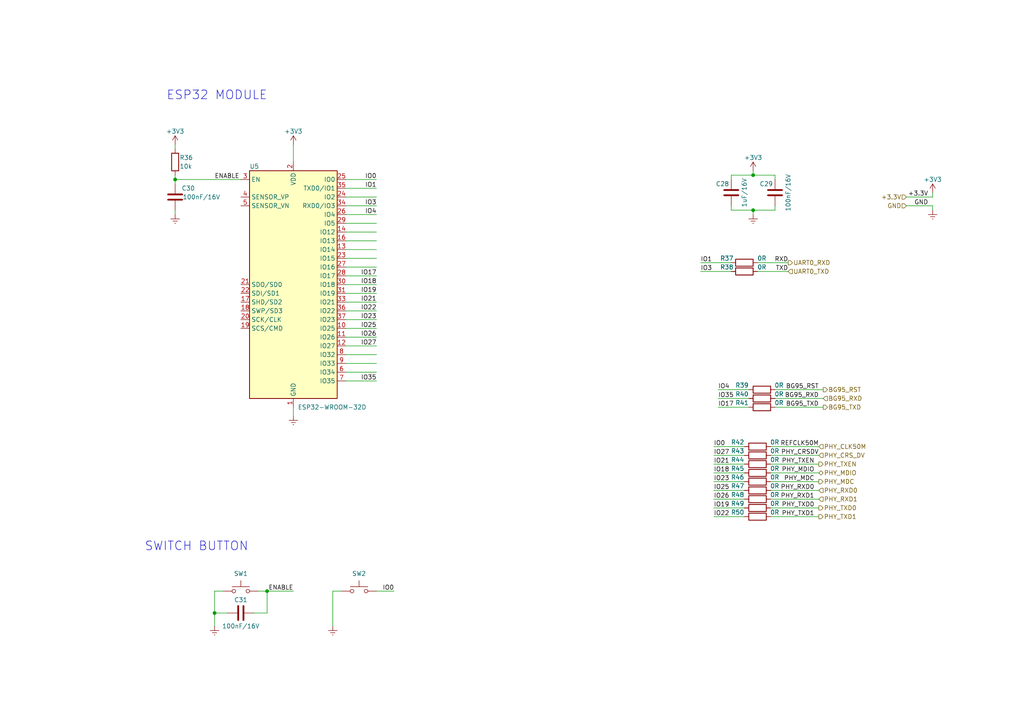
<source format=kicad_sch>
(kicad_sch (version 20211123) (generator eeschema)
  (paper "A4")
  (title_block (title "ESP32-WROOM-32D") (date "2022-06-24") (rev "0.0.0") (company "Magalhaes") (comment 1 "Author: Alexandre Magalhães") (comment 2 "Variant 1: Full"))
  (lib_symbols
    (symbol "Device:C" (pin_numbers hide) (pin_names (offset 0.254))
      (property "Reference" "C" (at 0.635 2.54 0))
      (property "Value" "C" (at 0.635 -2.54 0))
      (symbol "C_0_1"
        (polyline (pts (xy -2.032 -0.762) (xy 2.032 -0.762)) (stroke (width 0.508)))
        (polyline (pts (xy -2.032 0.762) (xy 2.032 0.762)) (stroke (width 0.508)))
      )
      (symbol "C_1_1"
        (pin passive line (at 0 3.81 270) (length 2.794) (name "~") (number "1"))
        (pin passive line (at 0 -3.81 90) (length 2.794) (name "~") (number "2"))
      )
    )
    (symbol "Device:R" (pin_numbers hide) (pin_names (offset 0))
      (property "Reference" "R" (at 2.032 0 90))
      (property "Value" "R" (at 0 0 90))
      (symbol "R_0_1"
        (rectangle (start -1.016 -2.54) (end 1.016 2.54) (stroke (width 0.254)))
      )
      (symbol "R_1_1"
        (pin passive line (at 0 3.81 270) (length 1.27) (name "~") (number "1"))
        (pin passive line (at 0 -3.81 90) (length 1.27) (name "~") (number "2"))
      )
    )
    (symbol "RF_Module:ESP32-WROOM-32D"
      (property "Reference" "U" (at -12.7 34.29 0))
      (property "Value" "ESP32-WROOM-32D" (at 1.27 34.29 0))
      (symbol "ESP32-WROOM-32D_0_1"
        (rectangle (start -12.7 33.02) (end 12.7 -33.02) (stroke (width 0.254)) (fill (type background)))
      )
      (symbol "ESP32-WROOM-32D_1_1"
        (pin power_in line (at 0 -35.56 90) (length 2.54) (name "GND") (number "1"))
        (pin bidirectional line (at 15.24 -12.7 180) (length 2.54) (name "IO25") (number "10"))
        (pin bidirectional line (at 15.24 -15.24 180) (length 2.54) (name "IO26") (number "11"))
        (pin bidirectional line (at 15.24 -17.78 180) (length 2.54) (name "IO27") (number "12"))
        (pin bidirectional line (at 15.24 10.16 180) (length 2.54) (name "IO14") (number "13"))
        (pin bidirectional line (at 15.24 15.24 180) (length 2.54) (name "IO12") (number "14"))
        (pin passive line (at 0 -35.56 90) (length 2.54) hide (name "GND") (number "15"))
        (pin bidirectional line (at 15.24 12.7 180) (length 2.54) (name "IO13") (number "16"))
        (pin bidirectional line (at -15.24 -5.08 0) (length 2.54) (name "SHD/SD2") (number "17"))
        (pin bidirectional line (at -15.24 -7.62 0) (length 2.54) (name "SWP/SD3") (number "18"))
        (pin bidirectional line (at -15.24 -12.7 0) (length 2.54) (name "SCS/CMD") (number "19"))
        (pin power_in line (at 0 35.56 270) (length 2.54) (name "VDD") (number "2"))
        (pin bidirectional line (at -15.24 -10.16 0) (length 2.54) (name "SCK/CLK") (number "20"))
        (pin bidirectional line (at -15.24 0 0) (length 2.54) (name "SDO/SD0") (number "21"))
        (pin bidirectional line (at -15.24 -2.54 0) (length 2.54) (name "SDI/SD1") (number "22"))
        (pin bidirectional line (at 15.24 7.62 180) (length 2.54) (name "IO15") (number "23"))
        (pin bidirectional line (at 15.24 25.4 180) (length 2.54) (name "IO2") (number "24"))
        (pin bidirectional line (at 15.24 30.48 180) (length 2.54) (name "IO0") (number "25"))
        (pin bidirectional line (at 15.24 20.32 180) (length 2.54) (name "IO4") (number "26"))
        (pin bidirectional line (at 15.24 5.08 180) (length 2.54) (name "IO16") (number "27"))
        (pin bidirectional line (at 15.24 2.54 180) (length 2.54) (name "IO17") (number "28"))
        (pin bidirectional line (at 15.24 17.78 180) (length 2.54) (name "IO5") (number "29"))
        (pin input line (at -15.24 30.48 0) (length 2.54) (name "EN") (number "3"))
        (pin bidirectional line (at 15.24 0 180) (length 2.54) (name "IO18") (number "30"))
        (pin bidirectional line (at 15.24 -2.54 180) (length 2.54) (name "IO19") (number "31"))
        (pin no_connect line (at -12.7 -27.94 0) (length 2.54) hide (name "NC") (number "32"))
        (pin bidirectional line (at 15.24 -5.08 180) (length 2.54) (name "IO21") (number "33"))
        (pin bidirectional line (at 15.24 22.86 180) (length 2.54) (name "RXD0/IO3") (number "34"))
        (pin bidirectional line (at 15.24 27.94 180) (length 2.54) (name "TXD0/IO1") (number "35"))
        (pin bidirectional line (at 15.24 -7.62 180) (length 2.54) (name "IO22") (number "36"))
        (pin bidirectional line (at 15.24 -10.16 180) (length 2.54) (name "IO23") (number "37"))
        (pin passive line (at 0 -35.56 90) (length 2.54) hide (name "GND") (number "38"))
        (pin passive line (at 0 -35.56 90) (length 2.54) hide (name "GND") (number "39"))
        (pin input line (at -15.24 25.4 0) (length 2.54) (name "SENSOR_VP") (number "4"))
        (pin input line (at -15.24 22.86 0) (length 2.54) (name "SENSOR_VN") (number "5"))
        (pin input line (at 15.24 -25.4 180) (length 2.54) (name "IO34") (number "6"))
        (pin input line (at 15.24 -27.94 180) (length 2.54) (name "IO35") (number "7"))
        (pin bidirectional line (at 15.24 -20.32 180) (length 2.54) (name "IO32") (number "8"))
        (pin bidirectional line (at 15.24 -22.86 180) (length 2.54) (name "IO33") (number "9"))
      )
    )
    (symbol "Switch:SW_Push" (pin_numbers hide) (pin_names (offset 1.016) hide)
      (property "Reference" "SW" (at 1.27 2.54 0))
      (property "Value" "SW_Push" (at 0 -1.524 0))
      (symbol "SW_Push_0_1"
        (circle (center -2.032 0) (radius 0.508))
        (polyline (pts (xy 0 1.27) (xy 0 3.048)))
        (polyline (pts (xy 2.54 1.27) (xy -2.54 1.27)))
        (circle (center 2.032 0) (radius 0.508))
        (pin passive line (at -5.08 0 0) (length 2.54) (name "1") (number "1"))
        (pin passive line (at 5.08 0 180) (length 2.54) (name "2") (number "2"))
      )
    )
    (symbol "power:+3.3V" (power) (pin_names (offset 0))
      (property "Value" "+3.3V" (at 0 3.556 0))
      (symbol "+3.3V_0_1"
        (polyline (pts (xy -0.762 1.27) (xy 0 2.54)))
        (polyline (pts (xy 0 0) (xy 0 2.54)))
        (polyline (pts (xy 0 2.54) (xy 0.762 1.27)))
      )
      (symbol "+3.3V_1_1"
        (pin power_in line (at 0 0 90) (length 0) hide (name "+3V3") (number "1"))
      )
    )
    (symbol "power:GNDREF" (power) (pin_names (offset 0))
      (property "Value" "GNDREF" (at 0 -3.81 0))
      (symbol "GNDREF_0_1"
        (polyline (pts (xy -0.635 -1.905) (xy 0.635 -1.905)))
        (polyline (pts (xy -0.127 -2.54) (xy 0.127 -2.54)))
        (polyline (pts (xy 0 -1.27) (xy 0 0)))
        (polyline (pts (xy 1.27 -1.27) (xy -1.27 -1.27)))
      )
      (symbol "GNDREF_1_1"
        (pin power_in line (at 0 0 270) (length 0) hide (name "GNDREF") (number "1"))
      )
    )
  )
  (junction (at 218.44 60.96))
  (junction (at 50.8 52.07))
  (junction (at 218.44 50.8))
  (junction (at 77.47 171.45))
  (junction (at 62.23 177.8))
  (wire (pts (xy 212.09 76.2) (xy 203.2 76.2)))
  (wire (pts (xy 109.22 171.45) (xy 114.3 171.45)))
  (wire (pts (xy 223.52 134.62) (xy 237.49 134.62)))
  (wire (pts (xy 100.33 59.69) (xy 109.22 59.69)))
  (wire (pts (xy 50.8 52.07) (xy 69.85 52.07)))
  (wire (pts (xy 100.33 52.07) (xy 109.22 52.07)))
  (wire (pts (xy 223.52 144.78) (xy 237.49 144.78)))
  (wire (pts (xy 85.09 118.11) (xy 85.09 120.65)))
  (wire (pts (xy 100.33 92.71) (xy 109.22 92.71)))
  (wire (pts (xy 224.79 50.8) (xy 218.44 50.8)))
  (wire (pts (xy 270.51 59.69) (xy 270.51 60.96)))
  (wire (pts (xy 85.09 41.91) (xy 85.09 46.99)))
  (wire (pts (xy 207.01 129.54) (xy 215.9 129.54)))
  (wire (pts (xy 100.33 102.87) (xy 109.22 102.87)))
  (wire (pts (xy 100.33 72.39) (xy 109.22 72.39)))
  (wire (pts (xy 212.09 59.69) (xy 212.09 60.96)))
  (wire (pts (xy 207.01 134.62) (xy 215.9 134.62)))
  (wire (pts (xy 100.33 87.63) (xy 109.22 87.63)))
  (wire (pts (xy 100.33 62.23) (xy 109.22 62.23)))
  (wire (pts (xy 100.33 69.85) (xy 109.22 69.85)))
  (wire (pts (xy 219.71 78.74) (xy 228.6 78.74)))
  (wire (pts (xy 223.52 139.7) (xy 237.49 139.7)))
  (wire (pts (xy 212.09 52.07) (xy 212.09 50.8)))
  (wire (pts (xy 208.28 118.11) (xy 217.17 118.11)))
  (wire (pts (xy 207.01 137.16) (xy 215.9 137.16)))
  (wire (pts (xy 212.09 60.96) (xy 218.44 60.96)))
  (wire (pts (xy 212.09 78.74) (xy 203.2 78.74)))
  (wire (pts (xy 100.33 64.77) (xy 109.22 64.77)))
  (wire (pts (xy 100.33 54.61) (xy 109.22 54.61)))
  (wire (pts (xy 223.52 147.32) (xy 237.49 147.32)))
  (wire (pts (xy 212.09 50.8) (xy 218.44 50.8)))
  (wire (pts (xy 208.28 113.03) (xy 217.17 113.03)))
  (wire (pts (xy 224.79 118.11) (xy 238.76 118.11)))
  (wire (pts (xy 208.28 115.57) (xy 217.17 115.57)))
  (wire (pts (xy 100.33 74.93) (xy 109.22 74.93)))
  (wire (pts (xy 207.01 144.78) (xy 215.9 144.78)))
  (wire (pts (xy 100.33 77.47) (xy 109.22 77.47)))
  (wire (pts (xy 218.44 49.53) (xy 218.44 50.8)))
  (wire (pts (xy 73.66 177.8) (xy 77.47 177.8)))
  (wire (pts (xy 99.06 171.45) (xy 96.52 171.45)))
  (wire (pts (xy 224.79 113.03) (xy 238.76 113.03)))
  (wire (pts (xy 262.89 59.69) (xy 270.51 59.69)))
  (wire (pts (xy 77.47 171.45) (xy 85.09 171.45)))
  (wire (pts (xy 218.44 60.96) (xy 218.44 62.23)))
  (wire (pts (xy 223.52 137.16) (xy 237.49 137.16)))
  (wire (pts (xy 270.51 57.15) (xy 270.51 55.88)))
  (wire (pts (xy 207.01 149.86) (xy 215.9 149.86)))
  (wire (pts (xy 100.33 110.49) (xy 109.22 110.49)))
  (wire (pts (xy 207.01 139.7) (xy 215.9 139.7)))
  (wire (pts (xy 262.89 57.15) (xy 270.51 57.15)))
  (wire (pts (xy 223.52 132.08) (xy 237.49 132.08)))
  (wire (pts (xy 224.79 59.69) (xy 224.79 60.96)))
  (wire (pts (xy 50.8 60.96) (xy 50.8 62.23)))
  (wire (pts (xy 100.33 97.79) (xy 109.22 97.79)))
  (wire (pts (xy 224.79 115.57) (xy 238.76 115.57)))
  (wire (pts (xy 207.01 132.08) (xy 215.9 132.08)))
  (wire (pts (xy 218.44 60.96) (xy 224.79 60.96)))
  (wire (pts (xy 207.01 142.24) (xy 215.9 142.24)))
  (wire (pts (xy 223.52 149.86) (xy 237.49 149.86)))
  (wire (pts (xy 62.23 171.45) (xy 62.23 177.8)))
  (wire (pts (xy 219.71 76.2) (xy 228.6 76.2)))
  (wire (pts (xy 62.23 177.8) (xy 62.23 181.61)))
  (wire (pts (xy 64.77 171.45) (xy 62.23 171.45)))
  (wire (pts (xy 100.33 80.01) (xy 109.22 80.01)))
  (wire (pts (xy 100.33 82.55) (xy 109.22 82.55)))
  (wire (pts (xy 100.33 57.15) (xy 109.22 57.15)))
  (wire (pts (xy 100.33 107.95) (xy 109.22 107.95)))
  (wire (pts (xy 74.93 171.45) (xy 77.47 171.45)))
  (wire (pts (xy 77.47 177.8) (xy 77.47 171.45)))
  (wire (pts (xy 100.33 67.31) (xy 109.22 67.31)))
  (wire (pts (xy 96.52 171.45) (xy 96.52 181.61)))
  (wire (pts (xy 223.52 142.24) (xy 237.49 142.24)))
  (wire (pts (xy 100.33 100.33) (xy 109.22 100.33)))
  (wire (pts (xy 100.33 90.17) (xy 109.22 90.17)))
  (wire (pts (xy 100.33 85.09) (xy 109.22 85.09)))
  (wire (pts (xy 100.33 105.41) (xy 109.22 105.41)))
  (wire (pts (xy 50.8 50.8) (xy 50.8 52.07)))
  (wire (pts (xy 224.79 52.07) (xy 224.79 50.8)))
  (wire (pts (xy 100.33 95.25) (xy 109.22 95.25)))
  (wire (pts (xy 223.52 129.54) (xy 237.49 129.54)))
  (wire (pts (xy 50.8 52.07) (xy 50.8 53.34)))
  (wire (pts (xy 207.01 147.32) (xy 215.9 147.32)))
  (wire (pts (xy 62.23 177.8) (xy 66.04 177.8)))
  (wire (pts (xy 50.8 41.91) (xy 50.8 43.18)))
  (text "ESP32 MODULE" (at 48.26 29.21 0) (effects (font (size 2.54 2.54)) (justify left bottom)))
  (text "SWITCH BUTTON" (at 41.91 160.02 0) (effects (font (size 2.54 2.54)) (justify left bottom)))
  (label "IO22" (at 207.01 149.86 0))
  (label "IO27" (at 109.22 100.33 180))
  (label "IO23" (at 207.01 139.7 0))
  (label "PHY_TXD0" (at 236.22 147.32 180))
  (label "PHY_RXD1" (at 236.22 144.78 180))
  (label "IO25" (at 109.22 95.25 180))
  (label "ENABLE" (at 62.23 52.07 0))
  (label "IO21" (at 109.22 87.63 180))
  (label "IO27" (at 207.01 132.08 0))
  (label "IO21" (at 207.01 134.62 0))
  (label "ENABLE" (at 85.09 171.45 180))
  (label "BG95_TXD" (at 237.49 118.11 180))
  (label "IO26" (at 207.01 144.78 0))
  (label "GND" (at 269.24 59.69 180))
  (label "IO25" (at 207.01 142.24 0))
  (label "IO0" (at 109.22 52.07 180))
  (label "IO18" (at 109.22 82.55 180))
  (label "PHY_RXD0" (at 236.22 142.24 180))
  (label "TXD" (at 228.6 78.74 180))
  (label "PHY_MDIO" (at 236.22 137.16 180))
  (label "IO19" (at 207.01 147.32 0))
  (label "IO35" (at 208.28 115.57 0))
  (label "IO4" (at 109.22 62.23 180))
  (label "PHY_CRSDV" (at 237.49 132.08 180))
  (label "IO3" (at 203.2 78.74 0))
  (label "IO17" (at 109.22 80.01 180))
  (label "PHY_TXD1" (at 236.22 149.86 180))
  (label "IO23" (at 109.22 92.71 180))
  (label "IO0" (at 207.01 129.54 0))
  (label "IO3" (at 109.22 59.69 180))
  (label "IO18" (at 207.01 137.16 0))
  (label "PHY_TXEN" (at 236.22 134.62 180))
  (label "REFCLK50M" (at 237.49 129.54 180))
  (label "RXD" (at 228.6 76.2 180))
  (label "IO1" (at 109.22 54.61 180))
  (label "IO0" (at 114.3 171.45 180))
  (label "IO22" (at 109.22 90.17 180))
  (label "BG95_RST" (at 237.49 113.03 180))
  (label "IO26" (at 109.22 97.79 180))
  (label "PHY_MDC" (at 236.22 139.7 180))
  (label "IO19" (at 109.22 85.09 180))
  (label "IO35" (at 109.22 110.49 180))
  (label "+3.3V" (at 269.24 57.15 180))
  (label "BG95_RXD" (at 237.49 115.57 180))
  (label "IO17" (at 208.28 118.11 0))
  (label "IO1" (at 203.2 76.2 0))
  (label "IO4" (at 208.28 113.03 0))
  (hierarchical_label "+3.3V" (shape input) (at 262.89 57.15 180))
  (hierarchical_label "BG95_RST" (shape output) (at 238.76 113.03 0))
  (hierarchical_label "PHY_TXD0" (shape output) (at 237.49 147.32 0))
  (hierarchical_label "PHY_MDIO" (shape bidirectional) (at 237.49 137.16 0))
  (hierarchical_label "UART0_TXD" (shape input) (at 228.6 78.74 0))
  (hierarchical_label "PHY_TXEN" (shape output) (at 237.49 134.62 0))
  (hierarchical_label "PHY_CLK50M" (shape input) (at 237.49 129.54 0))
  (hierarchical_label "GND" (shape input) (at 262.89 59.69 180))
  (hierarchical_label "PHY_TXD1" (shape output) (at 237.49 149.86 0))
  (hierarchical_label "UART0_RXD" (shape output) (at 228.6 76.2 0))
  (hierarchical_label "PHY_RXD1" (shape input) (at 237.49 144.78 0))
  (hierarchical_label "PHY_CRS_DV" (shape input) (at 237.49 132.08 0))
  (hierarchical_label "PHY_RXD0" (shape input) (at 237.49 142.24 0))
  (hierarchical_label "PHY_MDC" (shape output) (at 237.49 139.7 0))
  (hierarchical_label "BG95_RXD" (shape input) (at 238.76 115.57 0))
  (hierarchical_label "BG95_TXD" (shape output) (at 238.76 118.11 0))
  (symbol (lib_id "Device:R") (at 50.8 46.99 0) (unit 1)
    (property "Reference" "R36" (at 52.07 45.72 0) (effects (justify left)))
    (property "Value" "10k" (at 52.07 48.26 0) (effects (justify left)))
  )
  (symbol (lib_id "power:GNDREF") (at 62.23 181.61 0) (unit 1)
    (property "Reference" "#PWR076" (effects hide))
    (property "Value" "GNDREF" (effects hide))
  )
  (symbol (lib_id "power:+3.3V") (at 50.8 41.91 0) (unit 1)
    (property "Reference" "#PWR068" (effects hide))
    (property "Value" "+3.3V" (at 50.8 38.1 0))
  )
  (symbol (lib_id "RF_Module:ESP32-WROOM-32D") (at 85.09 82.55 0) (unit 1)
    (property "Reference" "U5" (at 72.39 48.26 0) (effects (justify left)))
    (property "Value" "ESP32-WROOM-32D" (at 86.36 118.11 0) (effects (justify left)))
    (property "Footprint" "RF_Module:ESP32-WROOM-32" (effects hide))
    (property "Datasheet" "https://www.espressif.com/sites/default/files/documentation/esp32-wroom-32d_esp32-wroom-32u_datasheet_en.pdf" (effects hide))
  )
  (symbol (lib_id "Device:R") (at 219.71 149.86 90) (unit 1)
    (property "Reference" "R50" (at 215.9 148.59 90) (effects (justify left)))
    (property "Value" "0R" (at 226.06 148.59 90) (effects (justify left)))
    (property "Footprint" "Resistor_SMD:R_0402_1005Metric_Pad0.72x0.64mm_HandSolder" (effects hide))
  )
  (symbol (lib_id "Device:C") (at 212.09 55.88 180) (unit 1)
    (property "Reference" "C28" (at 209.55 53.34 0))
    (property "Value" "1uF/16V" (at 215.9 55.88 90))
    (property "Footprint" "Capacitor_SMD:C_0603_1608Metric_Pad1.08x0.95mm_HandSolder" (effects hide))
  )
  (symbol (lib_id "Device:R") (at 219.71 137.16 90) (unit 1)
    (property "Reference" "R45" (at 215.9 135.89 90) (effects (justify left)))
    (property "Value" "0R" (at 226.06 135.89 90) (effects (justify left)))
    (property "Footprint" "Resistor_SMD:R_0402_1005Metric_Pad0.72x0.64mm_HandSolder" (effects hide))
  )
  (symbol (lib_id "Device:R") (at 219.71 142.24 90) (unit 1)
    (property "Reference" "R47" (at 215.9 140.97 90) (effects (justify left)))
    (property "Value" "0R" (at 226.06 140.97 90) (effects (justify left)))
    (property "Footprint" "Resistor_SMD:R_0402_1005Metric_Pad0.72x0.64mm_HandSolder" (effects hide))
  )
  (symbol (lib_id "Switch:SW_Push") (at 69.85 171.45 0) (unit 1)
    (property "Reference" "SW1" (at 69.85 166.37 0))
    (property "Value" "SW_Push" (effects hide))
    (property "Footprint" "Button_Switch_SMD:SW_SPST_CK_RS282G05A3" (effects hide))
  )
  (symbol (lib_id "power:+3.3V") (at 218.44 49.53 0) (unit 1)
    (property "Reference" "#PWR070" (effects hide))
    (property "Value" "+3.3V" (at 218.44 45.72 0))
  )
  (symbol (lib_id "Device:C") (at 69.85 177.8 270) (unit 1)
    (property "Reference" "C31" (at 69.85 173.99 90))
    (property "Value" "100nF/16V" (at 69.85 181.61 90))
    (property "Footprint" "Capacitor_SMD:C_0402_1005Metric_Pad0.74x0.62mm_HandSolder" (effects hide))
  )
  (symbol (lib_id "Device:R") (at 215.9 76.2 270) (unit 1)
    (property "Reference" "R37" (at 210.82 74.93 90))
    (property "Value" "0R" (at 220.98 74.93 90))
    (property "Footprint" "Resistor_SMD:R_0402_1005Metric_Pad0.72x0.64mm_HandSolder" (effects hide))
  )
  (symbol (lib_id "power:+3.3V") (at 270.51 55.88 0) (unit 1)
    (property "Reference" "#PWR071" (effects hide))
    (property "Value" "+3.3V" (at 270.51 52.07 0))
  )
  (symbol (lib_id "Device:R") (at 220.98 113.03 90) (unit 1)
    (property "Reference" "R39" (at 217.17 111.76 90) (effects (justify left)))
    (property "Value" "0R" (at 227.33 111.76 90) (effects (justify left)))
    (property "Footprint" "Resistor_SMD:R_0402_1005Metric_Pad0.72x0.64mm_HandSolder" (effects hide))
  )
  (symbol (lib_id "Device:R") (at 219.71 132.08 90) (unit 1)
    (property "Reference" "R43" (at 215.9 130.81 90) (effects (justify left)))
    (property "Value" "0R" (at 226.06 130.81 90) (effects (justify left)))
    (property "Footprint" "Resistor_SMD:R_0402_1005Metric_Pad0.72x0.64mm_HandSolder" (effects hide))
  )
  (symbol (lib_id "power:GNDREF") (at 96.52 181.61 0) (unit 1)
    (property "Reference" "#PWR077" (effects hide))
    (property "Value" "GNDREF" (effects hide))
  )
  (symbol (lib_id "Switch:SW_Push") (at 104.14 171.45 0) (unit 1)
    (property "Reference" "SW2" (at 104.14 166.37 0))
    (property "Value" "SW_Push" (effects hide))
    (property "Footprint" "Button_Switch_SMD:SW_SPST_CK_RS282G05A3" (effects hide))
  )
  (symbol (lib_id "power:GNDREF") (at 50.8 62.23 0) (unit 1)
    (property "Reference" "#PWR073" (effects hide))
    (property "Value" "GNDREF" (effects hide))
  )
  (symbol (lib_id "Device:R") (at 220.98 115.57 90) (unit 1)
    (property "Reference" "R40" (at 217.17 114.3 90) (effects (justify left)))
    (property "Value" "0R" (at 227.33 114.3 90) (effects (justify left)))
    (property "Footprint" "Resistor_SMD:R_0402_1005Metric_Pad0.72x0.64mm_HandSolder" (effects hide))
  )
  (symbol (lib_id "Device:R") (at 219.71 139.7 90) (unit 1)
    (property "Reference" "R46" (at 215.9 138.43 90) (effects (justify left)))
    (property "Value" "0R" (at 226.06 138.43 90) (effects (justify left)))
    (property "Footprint" "Resistor_SMD:R_0402_1005Metric_Pad0.72x0.64mm_HandSolder" (effects hide))
  )
  (symbol (lib_id "Device:R") (at 215.9 78.74 270) (unit 1)
    (property "Reference" "R38" (at 210.82 77.47 90))
    (property "Value" "0R" (at 220.98 77.47 90))
    (property "Footprint" "Resistor_SMD:R_0402_1005Metric_Pad0.72x0.64mm_HandSolder" (effects hide))
  )
  (symbol (lib_id "power:GNDREF") (at 218.44 62.23 0) (unit 1)
    (property "Reference" "#PWR074" (effects hide))
    (property "Value" "GNDREF" (effects hide))
  )
  (symbol (lib_id "Device:C") (at 224.79 55.88 180) (unit 1)
    (property "Reference" "C29" (at 222.25 53.34 0))
    (property "Value" "100nF/16V" (at 228.6 55.88 90))
    (property "Footprint" "Capacitor_SMD:C_0402_1005Metric_Pad0.74x0.62mm_HandSolder" (effects hide))
  )
  (symbol (lib_id "Device:R") (at 219.71 134.62 90) (unit 1)
    (property "Reference" "R44" (at 215.9 133.35 90) (effects (justify left)))
    (property "Value" "0R" (at 226.06 133.35 90) (effects (justify left)))
    (property "Footprint" "Resistor_SMD:R_0402_1005Metric_Pad0.72x0.64mm_HandSolder" (effects hide))
  )
  (symbol (lib_id "Device:R") (at 219.71 144.78 90) (unit 1)
    (property "Reference" "R48" (at 215.9 143.51 90) (effects (justify left)))
    (property "Value" "0R" (at 226.06 143.51 90) (effects (justify left)))
    (property "Footprint" "Resistor_SMD:R_0402_1005Metric_Pad0.72x0.64mm_HandSolder" (effects hide))
  )
  (symbol (lib_id "power:+3.3V") (at 85.09 41.91 0) (unit 1)
    (property "Reference" "#PWR069" (effects hide))
    (property "Value" "+3.3V" (at 85.09 38.1 0))
  )
  (symbol (lib_id "power:GNDREF") (at 270.51 60.96 0) (unit 1)
    (property "Reference" "#PWR072" (effects hide))
    (property "Value" "GNDREF" (effects hide))
  )
  (symbol (lib_id "Device:R") (at 220.98 118.11 90) (unit 1)
    (property "Reference" "R41" (at 217.17 116.84 90) (effects (justify left)))
    (property "Value" "0R" (at 227.33 116.84 90) (effects (justify left)))
    (property "Footprint" "Resistor_SMD:R_0402_1005Metric_Pad0.72x0.64mm_HandSolder" (effects hide))
  )
  (symbol (lib_id "Device:R") (at 219.71 147.32 90) (unit 1)
    (property "Reference" "R49" (at 215.9 146.05 90) (effects (justify left)))
    (property "Value" "0R" (at 226.06 146.05 90) (effects (justify left)))
    (property "Footprint" "Resistor_SMD:R_0402_1005Metric_Pad0.72x0.64mm_HandSolder" (effects hide))
  )
  (symbol (lib_id "power:GNDREF") (at 85.09 120.65 0) (unit 1)
    (property "Reference" "#PWR075" (effects hide))
    (property "Value" "GNDREF" (effects hide))
  )
  (symbol (lib_id "Device:R") (at 219.71 129.54 90) (unit 1)
    (property "Reference" "R42" (at 215.9 128.27 90) (effects (justify left)))
    (property "Value" "0R" (at 226.06 128.27 90) (effects (justify left)))
    (property "Footprint" "Resistor_SMD:R_0402_1005Metric_Pad0.72x0.64mm_HandSolder" (effects hide))
  )
  (symbol (lib_id "Device:C") (at 50.8 57.15 180) (unit 1)
    (property "Reference" "C30" (at 54.61 54.61 0))
    (property "Value" "100nF/16V" (at 58.42 57.15 0))
    (property "Footprint" "Capacitor_SMD:C_0402_1005Metric_Pad0.74x0.62mm_HandSolder" (effects hide))
  )
)
</source>
